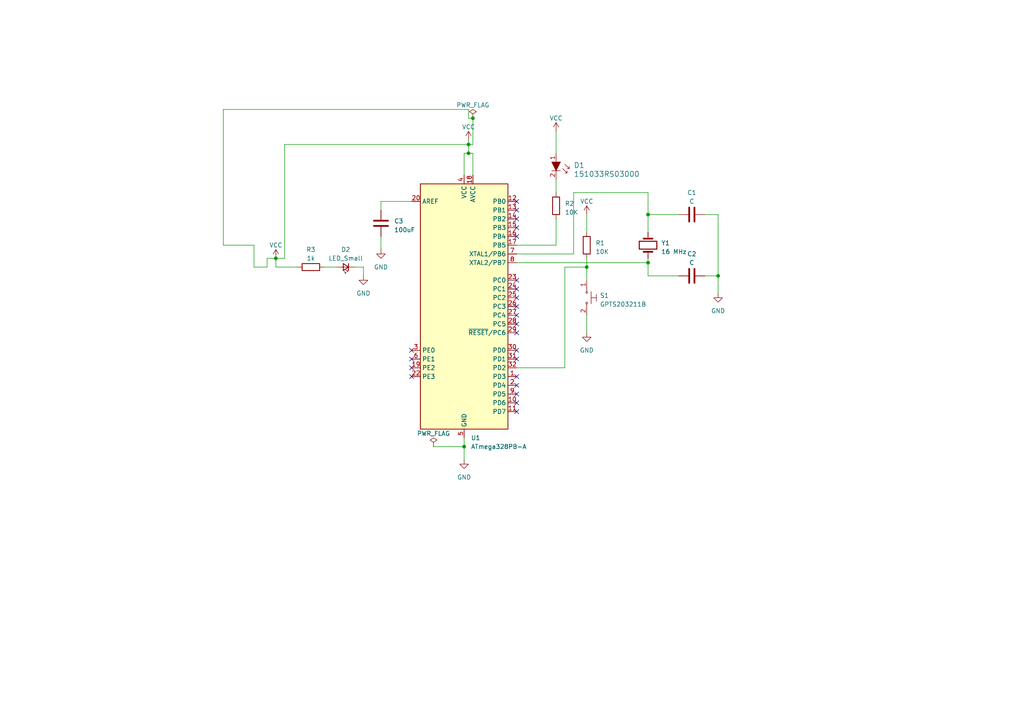
<source format=kicad_sch>
(kicad_sch (version 20230121) (generator eeschema)
  (paper "A4")
  (lib_symbols
    (symbol "Device:C" (pin_numbers hide) (pin_names (offset 0.254))
      (property "Reference" "C" (at 0.635 2.54 0))
      (property "Value" "C" (at 0.635 -2.54 0))
      (symbol "C_0_1"
        (polyline (pts (xy -2.032 -0.762) (xy 2.032 -0.762)) (stroke (width 0.508)))
        (polyline (pts (xy -2.032 0.762) (xy 2.032 0.762)) (stroke (width 0.508)))
      )
      (symbol "C_1_1"
        (pin passive line (at 0 3.81 270) (length 2.794) (name "~") (number "1"))
        (pin passive line (at 0 -3.81 90) (length 2.794) (name "~") (number "2"))
      )
    )
    (symbol "Device:Crystal" (pin_numbers hide) (pin_names (offset 1.016) hide)
      (property "Reference" "Y" (at 0 3.81 0))
      (property "Value" "Crystal" (at 0 -3.81 0))
      (symbol "Crystal_0_1"
        (rectangle (start -1.143 2.54) (end 1.143 -2.54) (stroke (width 0.3048)))
        (polyline (pts (xy -2.54 0) (xy -1.905 0)))
        (polyline (pts (xy -1.905 -1.27) (xy -1.905 1.27)) (stroke (width 0.508)))
        (polyline (pts (xy 1.905 -1.27) (xy 1.905 1.27)) (stroke (width 0.508)))
        (polyline (pts (xy 2.54 0) (xy 1.905 0)))
      )
      (symbol "Crystal_1_1"
        (pin passive line (at -3.81 0 0) (length 1.27) (name "1") (number "1"))
        (pin passive line (at 3.81 0 180) (length 1.27) (name "2") (number "2"))
      )
    )
    (symbol "Device:LED_Small" (pin_numbers hide) (pin_names (offset 0.254) hide)
      (property "Reference" "D" (at -1.27 3.175 0))
      (property "Value" "LED_Small" (at -4.445 -2.54 0))
      (symbol "LED_Small_0_1"
        (polyline (pts (xy -0.762 -1.016) (xy -0.762 1.016)) (stroke (width 0.254)))
        (polyline (pts (xy 1.016 0) (xy -0.762 0)))
        (polyline (pts (xy 0.762 -1.016) (xy -0.762 0) (xy 0.762 1.016) (xy 0.762 -1.016)) (stroke (width 0.254)))
        (polyline (pts (xy 0 0.762) (xy -0.508 1.27) (xy -0.254 1.27) (xy -0.508 1.27) (xy -0.508 1.016)))
        (polyline (pts (xy 0.508 1.27) (xy 0 1.778) (xy 0.254 1.778) (xy 0 1.778) (xy 0 1.524)))
      )
      (symbol "LED_Small_1_1"
        (pin passive line (at -2.54 0 0) (length 1.778) (name "K") (number "1"))
        (pin passive line (at 2.54 0 180) (length 1.778) (name "A") (number "2"))
      )
    )
    (symbol "Device:R" (pin_numbers hide) (pin_names (offset 0))
      (property "Reference" "R" (at 2.032 0 90))
      (property "Value" "R" (at 0 0 90))
      (symbol "R_0_1"
        (rectangle (start -1.016 -2.54) (end 1.016 2.54) (stroke (width 0.254)))
      )
      (symbol "R_1_1"
        (pin passive line (at 0 3.81 270) (length 1.27) (name "~") (number "1"))
        (pin passive line (at 0 -3.81 90) (length 1.27) (name "~") (number "2"))
      )
    )
    (symbol "MCU_Microchip_ATmega:ATmega328PB-A"
      (property "Reference" "U" (at -12.7 36.83 0))
      (property "Value" "ATmega328PB-A" (at 2.54 -36.83 0))
      (symbol "ATmega328PB-A_0_1"
        (rectangle (start -12.7 -35.56) (end 12.7 35.56) (stroke (width 0.254)) (fill (type background)))
      )
      (symbol "ATmega328PB-A_1_1"
        (pin bidirectional line (at 15.24 -20.32 180) (length 2.54) (name "PD3") (number "1"))
        (pin bidirectional line (at 15.24 -27.94 180) (length 2.54) (name "PD6") (number "10"))
        (pin bidirectional line (at 15.24 -30.48 180) (length 2.54) (name "PD7") (number "11"))
        (pin bidirectional line (at 15.24 30.48 180) (length 2.54) (name "PB0") (number "12"))
        (pin bidirectional line (at 15.24 27.94 180) (length 2.54) (name "PB1") (number "13"))
        (pin bidirectional line (at 15.24 25.4 180) (length 2.54) (name "PB2") (number "14"))
        (pin bidirectional line (at 15.24 22.86 180) (length 2.54) (name "PB3") (number "15"))
        (pin bidirectional line (at 15.24 20.32 180) (length 2.54) (name "PB4") (number "16"))
        (pin bidirectional line (at 15.24 17.78 180) (length 2.54) (name "PB5") (number "17"))
        (pin power_in line (at 2.54 38.1 270) (length 2.54) (name "AVCC") (number "18"))
        (pin bidirectional line (at -15.24 -17.78 0) (length 2.54) (name "PE2") (number "19"))
        (pin bidirectional line (at 15.24 -22.86 180) (length 2.54) (name "PD4") (number "2"))
        (pin passive line (at -15.24 30.48 0) (length 2.54) (name "AREF") (number "20"))
        (pin passive line (at 0 -38.1 90) (length 2.54) hide (name "GND") (number "21"))
        (pin bidirectional line (at -15.24 -20.32 0) (length 2.54) (name "PE3") (number "22"))
        (pin bidirectional line (at 15.24 7.62 180) (length 2.54) (name "PC0") (number "23"))
        (pin bidirectional line (at 15.24 5.08 180) (length 2.54) (name "PC1") (number "24"))
        (pin bidirectional line (at 15.24 2.54 180) (length 2.54) (name "PC2") (number "25"))
        (pin bidirectional line (at 15.24 0 180) (length 2.54) (name "PC3") (number "26"))
        (pin bidirectional line (at 15.24 -2.54 180) (length 2.54) (name "PC4") (number "27"))
        (pin bidirectional line (at 15.24 -5.08 180) (length 2.54) (name "PC5") (number "28"))
        (pin bidirectional line (at 15.24 -7.62 180) (length 2.54) (name "~{RESET}/PC6") (number "29"))
        (pin bidirectional line (at -15.24 -12.7 0) (length 2.54) (name "PE0") (number "3"))
        (pin bidirectional line (at 15.24 -12.7 180) (length 2.54) (name "PD0") (number "30"))
        (pin bidirectional line (at 15.24 -15.24 180) (length 2.54) (name "PD1") (number "31"))
        (pin bidirectional line (at 15.24 -17.78 180) (length 2.54) (name "PD2") (number "32"))
        (pin power_in line (at 0 38.1 270) (length 2.54) (name "VCC") (number "4"))
        (pin power_in line (at 0 -38.1 90) (length 2.54) (name "GND") (number "5"))
        (pin bidirectional line (at -15.24 -15.24 0) (length 2.54) (name "PE1") (number "6"))
        (pin bidirectional line (at 15.24 15.24 180) (length 2.54) (name "XTAL1/PB6") (number "7"))
        (pin bidirectional line (at 15.24 12.7 180) (length 2.54) (name "XTAL2/PB7") (number "8"))
        (pin bidirectional line (at 15.24 -25.4 180) (length 2.54) (name "PD5") (number "9"))
      )
    )
    (symbol "dk_LED-Indication-Discrete:151033RS03000" (pin_names (offset 0))
      (property "Reference" "D" (at -3.81 3.81 0))
      (property "Value" "151033RS03000" (at 0 -3.81 0))
      (symbol "151033RS03000_0_1"
        (polyline (pts (xy -0.635 3.81) (xy -1.905 2.54)))
        (polyline (pts (xy 0 1.27) (xy 0 -1.27)))
        (polyline (pts (xy 0.635 3.175) (xy -0.635 1.905)))
        (polyline (pts (xy -1.27 3.81) (xy -0.635 3.81) (xy -0.635 3.175)))
        (polyline (pts (xy 0 3.175) (xy 0.635 3.175) (xy 0.635 2.54)))
        (polyline (pts (xy -2.54 1.27) (xy -2.54 -1.27) (xy 0 0) (xy -2.54 1.27)) (fill (type outline)))
      )
      (symbol "151033RS03000_1_1"
        (pin passive line (at -5.08 0 0) (length 2.54) (name "~") (number "1"))
        (pin passive line (at 2.54 0 180) (length 2.54) (name "~") (number "2"))
      )
    )
    (symbol "dk_Pushbutton-Switches:GPTS203211B" (pin_names (offset 1.016))
      (property "Reference" "S" (at -3.81 3.81 0))
      (property "Value" "GPTS203211B" (at 0 -2.54 0))
      (symbol "GPTS203211B_0_1"
        (circle (center -1.524 0) (radius 0.254))
        (polyline (pts (xy -2.54 0) (xy -1.778 0)))
        (polyline (pts (xy -1.778 1.27) (xy 1.778 1.27)))
        (polyline (pts (xy -1.016 2.794) (xy 1.016 2.794)))
        (polyline (pts (xy 0 1.27) (xy 0 2.794)))
        (polyline (pts (xy 2.54 0) (xy 1.778 0)))
        (circle (center 1.524 0) (radius 0.254))
      )
      (symbol "GPTS203211B_1_1"
        (pin passive line (at -5.08 0 0) (length 2.54) (name "~") (number "1"))
        (pin passive line (at 5.08 0 180) (length 2.54) (name "~") (number "2"))
      )
    )
    (symbol "power:GND" (power) (pin_names (offset 0))
      (property "Value" "GND" (at 0 -3.81 0))
      (symbol "GND_0_1"
        (polyline (pts (xy 0 0) (xy 0 -1.27) (xy 1.27 -1.27) (xy 0 -2.54) (xy -1.27 -1.27) (xy 0 -1.27)))
      )
      (symbol "GND_1_1"
        (pin power_in line (at 0 0 270) (length 0) hide (name "GND") (number "1"))
      )
    )
    (symbol "power:PWR_FLAG" (power) (pin_numbers hide) (pin_names (offset 0) hide)
      (property "Value" "PWR_FLAG" (at 0 3.81 0))
      (symbol "PWR_FLAG_0_0"
        (pin power_out line (at 0 0 90) (length 0) (name "pwr") (number "1"))
      )
      (symbol "PWR_FLAG_0_1"
        (polyline (pts (xy 0 0) (xy 0 1.27) (xy -1.016 1.905) (xy 0 2.54) (xy 1.016 1.905) (xy 0 1.27)))
      )
    )
    (symbol "power:VCC" (power) (pin_names (offset 0))
      (property "Value" "VCC" (at 0 3.81 0))
      (symbol "VCC_0_1"
        (polyline (pts (xy -0.762 1.27) (xy 0 2.54)))
        (polyline (pts (xy 0 0) (xy 0 2.54)))
        (polyline (pts (xy 0 2.54) (xy 0.762 1.27)))
      )
      (symbol "VCC_1_1"
        (pin power_in line (at 0 0 90) (length 0) hide (name "VCC") (number "1"))
      )
    )
  )
  (junction (at 135.89 41.91))
  (junction (at 134.62 129.54))
  (junction (at 137.16 34.29))
  (junction (at 208.28 80.01))
  (junction (at 80.01 74.93))
  (junction (at 187.96 76.2))
  (junction (at 170.18 77.47))
  (junction (at 135.89 44.45))
  (junction (at 187.96 62.23))
  (no_connect (at 119.38 109.22))
  (no_connect (at 149.86 81.28))
  (no_connect (at 149.86 111.76))
  (no_connect (at 149.86 104.14))
  (no_connect (at 149.86 63.5))
  (no_connect (at 149.86 93.98))
  (no_connect (at 149.86 88.9))
  (no_connect (at 149.86 86.36))
  (no_connect (at 149.86 119.38))
  (no_connect (at 119.38 104.14))
  (no_connect (at 119.38 101.6))
  (no_connect (at 149.86 66.04))
  (no_connect (at 149.86 116.84))
  (no_connect (at 149.86 91.44))
  (no_connect (at 119.38 106.68))
  (no_connect (at 149.86 60.96))
  (no_connect (at 149.86 114.3))
  (no_connect (at 149.86 109.22))
  (no_connect (at 149.86 68.58))
  (no_connect (at 149.86 96.52))
  (no_connect (at 149.86 83.82))
  (no_connect (at 149.86 101.6))
  (no_connect (at 149.86 58.42))
  (wire (pts (xy 135.89 31.75) (xy 135.89 34.29)))
  (wire (pts (xy 170.18 74.93) (xy 170.18 77.47)))
  (wire (pts (xy 80.01 77.47) (xy 80.01 74.93)))
  (wire (pts (xy 135.89 44.45) (xy 137.16 44.45)))
  (wire (pts (xy 82.55 74.93) (xy 80.01 74.93)))
  (wire (pts (xy 161.29 38.1) (xy 161.29 44.45)))
  (wire (pts (xy 196.85 80.01) (xy 187.96 80.01)))
  (wire (pts (xy 134.62 44.45) (xy 135.89 44.45)))
  (wire (pts (xy 64.77 31.75) (xy 64.77 71.12)))
  (wire (pts (xy 149.86 73.66) (xy 166.37 73.66)))
  (wire (pts (xy 204.47 62.23) (xy 208.28 62.23)))
  (wire (pts (xy 137.16 50.8) (xy 137.16 44.45)))
  (wire (pts (xy 73.66 77.47) (xy 77.47 77.47)))
  (wire (pts (xy 187.96 55.88) (xy 187.96 62.23)))
  (wire (pts (xy 170.18 77.47) (xy 170.18 81.28)))
  (wire (pts (xy 170.18 62.23) (xy 170.18 67.31)))
  (wire (pts (xy 125.73 129.54) (xy 134.62 129.54)))
  (wire (pts (xy 102.87 77.47) (xy 105.41 77.47)))
  (wire (pts (xy 135.89 34.29) (xy 137.16 34.29)))
  (wire (pts (xy 166.37 55.88) (xy 187.96 55.88)))
  (wire (pts (xy 187.96 76.2) (xy 187.96 74.93)))
  (wire (pts (xy 208.28 80.01) (xy 208.28 85.09)))
  (wire (pts (xy 161.29 63.5) (xy 161.29 71.12)))
  (wire (pts (xy 187.96 67.31) (xy 187.96 62.23)))
  (wire (pts (xy 64.77 71.12) (xy 73.66 71.12)))
  (wire (pts (xy 77.47 77.47) (xy 77.47 74.93)))
  (wire (pts (xy 187.96 80.01) (xy 187.96 76.2)))
  (wire (pts (xy 135.89 41.91) (xy 82.55 41.91)))
  (wire (pts (xy 208.28 80.01) (xy 204.47 80.01)))
  (wire (pts (xy 137.16 41.91) (xy 135.89 41.91)))
  (wire (pts (xy 93.98 77.47) (xy 97.79 77.47)))
  (wire (pts (xy 163.83 106.68) (xy 149.86 106.68)))
  (wire (pts (xy 163.83 77.47) (xy 170.18 77.47)))
  (wire (pts (xy 110.49 58.42) (xy 110.49 60.96)))
  (wire (pts (xy 110.49 58.42) (xy 119.38 58.42)))
  (wire (pts (xy 80.01 77.47) (xy 86.36 77.47)))
  (wire (pts (xy 64.77 31.75) (xy 135.89 31.75)))
  (wire (pts (xy 149.86 76.2) (xy 187.96 76.2)))
  (wire (pts (xy 134.62 44.45) (xy 134.62 50.8)))
  (wire (pts (xy 170.18 91.44) (xy 170.18 96.52)))
  (wire (pts (xy 166.37 73.66) (xy 166.37 55.88)))
  (wire (pts (xy 135.89 40.64) (xy 135.89 41.91)))
  (wire (pts (xy 161.29 52.07) (xy 161.29 55.88)))
  (wire (pts (xy 161.29 71.12) (xy 149.86 71.12)))
  (wire (pts (xy 163.83 77.47) (xy 163.83 106.68)))
  (wire (pts (xy 134.62 129.54) (xy 134.62 133.35)))
  (wire (pts (xy 137.16 34.29) (xy 137.16 41.91)))
  (wire (pts (xy 135.89 41.91) (xy 135.89 44.45)))
  (wire (pts (xy 73.66 71.12) (xy 73.66 77.47)))
  (wire (pts (xy 77.47 74.93) (xy 80.01 74.93)))
  (wire (pts (xy 134.62 127) (xy 134.62 129.54)))
  (wire (pts (xy 187.96 62.23) (xy 196.85 62.23)))
  (wire (pts (xy 82.55 41.91) (xy 82.55 74.93)))
  (wire (pts (xy 208.28 62.23) (xy 208.28 80.01)))
  (wire (pts (xy 110.49 68.58) (xy 110.49 72.39)))
  (wire (pts (xy 105.41 80.01) (xy 105.41 77.47)))
  (symbol (lib_id "power:VCC") (at 135.89 40.64 0) (unit 1)
    (property "Reference" "#PWR04" (effects hide))
    (property "Value" "VCC" (at 135.89 36.83 0))
  )
  (symbol (lib_id "power:GND") (at 170.18 96.52 0) (unit 1)
    (property "Reference" "#PWR01" (effects hide))
    (property "Value" "GND" (at 170.18 101.6 0))
  )
  (symbol (lib_id "power:VCC") (at 161.29 38.1 0) (unit 1)
    (property "Reference" "#PWR03" (effects hide))
    (property "Value" "VCC" (at 161.29 34.29 0))
  )
  (symbol (lib_id "Device:C") (at 110.49 64.77 0) (unit 1)
    (property "Reference" "C3" (at 114.3 64.135 0) (effects (justify left)))
    (property "Value" "100uF" (at 114.3 66.675 0) (effects (justify left)))
  )
  (symbol (lib_id "power:GND") (at 105.41 80.01 0) (unit 1)
    (property "Reference" "#PWR07" (effects hide))
    (property "Value" "GND" (at 105.41 85.09 0))
  )
  (symbol (lib_id "power:GND") (at 134.62 133.35 0) (unit 1)
    (property "Reference" "#PWR05" (effects hide))
    (property "Value" "GND" (at 134.62 138.43 0))
  )
  (symbol (lib_id "power:VCC") (at 80.01 74.93 0) (unit 1)
    (property "Reference" "#PWR06" (effects hide))
    (property "Value" "VCC" (at 80.01 71.12 0))
  )
  (symbol (lib_id "Device:C") (at 200.66 80.01 270) (unit 1)
    (property "Reference" "C2" (at 200.66 73.66 90))
    (property "Value" "C" (at 200.66 76.2 90))
  )
  (symbol (lib_id "Device:LED_Small") (at 100.33 77.47 180) (unit 1)
    (property "Reference" "D2" (at 100.2665 72.39 0))
    (property "Value" "LED_Small" (at 100.2665 74.93 0))
  )
  (symbol (lib_id "dk_LED-Indication-Discrete:151033RS03000") (at 161.29 49.53 270) (unit 1)
    (property "Reference" "D1" (at 166.37 47.9425 90) (effects (font (size 1.524 1.524)) (justify left)))
    (property "Value" "151033RS03000" (at 166.37 50.4825 90) (effects (font (size 1.524 1.524)) (justify left)))
    (property "Footprint" "digikey-footprints:LED_3mm_Radial" (effects hide))
    (property "Datasheet" "https://katalog.we-online.de/led/datasheet/151033RS03000.pdf" (effects hide))
    (property "Digi-Key_PN" "732-5013-ND" (effects hide))
    (property "MPN" "151033RS03000" (effects hide))
    (property "Category" "Optoelectronics" (effects hide))
    (property "Family" "LED Indication - Discrete" (effects hide))
    (property "DK_Datasheet_Link" "https://katalog.we-online.de/led/datasheet/151033RS03000.pdf" (effects hide))
    (property "DK_Detail_Page" "/product-detail/en/wurth-electronics-inc/151033RS03000/732-5013-ND/4490003" (effects hide))
    (property "Description" "LED RED CLEAR 3MM ROUND T/H" (effects hide))
    (property "Manufacturer" "Wurth Electronics Inc." (effects hide))
    (property "Status" "Active" (effects hide))
  )
  (symbol (lib_id "MCU_Microchip_ATmega:ATmega328PB-A") (at 134.62 88.9 0) (unit 1)
    (property "Reference" "U1" (at 136.5759 127 0) (effects (justify left)))
    (property "Value" "ATmega328PB-A" (at 136.5759 129.54 0) (effects (justify left)))
    (property "Footprint" "Package_QFP:TQFP-32_7x7mm_P0.8mm" (effects hide))
    (property "Datasheet" "http://ww1.microchip.com/downloads/en/DeviceDoc/40001906C.pdf" (effects hide))
  )
  (symbol (lib_id "Device:R") (at 90.17 77.47 90) (unit 1)
    (property "Reference" "R3" (at 90.17 72.39 90))
    (property "Value" "1k" (at 90.17 74.93 90))
  )
  (symbol (lib_id "Device:R") (at 161.29 59.69 0) (unit 1)
    (property "Reference" "R2" (at 163.83 59.055 0) (effects (justify left)))
    (property "Value" "10K" (at 163.83 61.595 0) (effects (justify left)))
  )
  (symbol (lib_id "power:GND") (at 110.49 72.39 0) (unit 1)
    (property "Reference" "#PWR09" (effects hide))
    (property "Value" "GND" (at 110.49 77.47 0))
  )
  (symbol (lib_id "power:PWR_FLAG") (at 137.16 34.29 0) (unit 1)
    (property "Reference" "#FLG02" (effects hide))
    (property "Value" "PWR_FLAG" (at 137.16 30.48 0))
  )
  (symbol (lib_id "dk_Pushbutton-Switches:GPTS203211B") (at 170.18 86.36 270) (unit 1)
    (property "Reference" "S1" (at 173.99 85.725 90) (effects (justify left)))
    (property "Value" "GPTS203211B" (at 173.99 88.265 90) (effects (justify left)))
    (property "Footprint" "digikey-footprints:PushButton_12x12mm_THT_GPTS203211B" (effects hide))
    (property "Datasheet" "http://switches-connectors-custom.cwind.com/Asset/GPTS203211BR2.pdf" (effects hide))
    (property "Digi-Key_PN" "CW181-ND" (effects hide))
    (property "MPN" "GPTS203211B" (effects hide))
    (property "Category" "Switches" (effects hide))
    (property "Family" "Pushbutton Switches" (effects hide))
    (property "DK_Datasheet_Link" "http://switches-connectors-custom.cwind.com/Asset/GPTS203211BR2.pdf" (effects hide))
    (property "DK_Detail_Page" "/product-detail/en/cw-industries/GPTS203211B/CW181-ND/3190590" (effects hide))
    (property "Description" "SWITCH PUSHBUTTON SPST 1A 30V" (effects hide))
    (property "Manufacturer" "CW Industries" (effects hide))
    (property "Status" "Active" (effects hide))
  )
  (symbol (lib_id "power:PWR_FLAG") (at 125.73 129.54 0) (unit 1)
    (property "Reference" "#FLG01" (effects hide))
    (property "Value" "PWR_FLAG" (at 125.73 125.73 0))
  )
  (symbol (lib_id "Device:R") (at 170.18 71.12 0) (unit 1)
    (property "Reference" "R1" (at 172.72 70.485 0) (effects (justify left)))
    (property "Value" "10K" (at 172.72 73.025 0) (effects (justify left)))
  )
  (symbol (lib_id "power:VCC") (at 170.18 62.23 0) (unit 1)
    (property "Reference" "#PWR02" (effects hide))
    (property "Value" "VCC" (at 170.18 58.42 0))
  )
  (symbol (lib_id "power:GND") (at 208.28 85.09 0) (unit 1)
    (property "Reference" "#PWR08" (effects hide))
    (property "Value" "GND" (at 208.28 90.17 0))
  )
  (symbol (lib_id "Device:Crystal") (at 187.96 71.12 90) (unit 1)
    (property "Reference" "Y1" (at 191.77 70.485 90) (effects (justify right)))
    (property "Value" "16 MHz" (at 191.77 73.025 90) (effects (justify right)))
  )
  (symbol (lib_id "Device:C") (at 200.66 62.23 270) (unit 1)
    (property "Reference" "C1" (at 200.66 55.88 90))
    (property "Value" "C" (at 200.66 58.42 90))
  )
)
</source>
